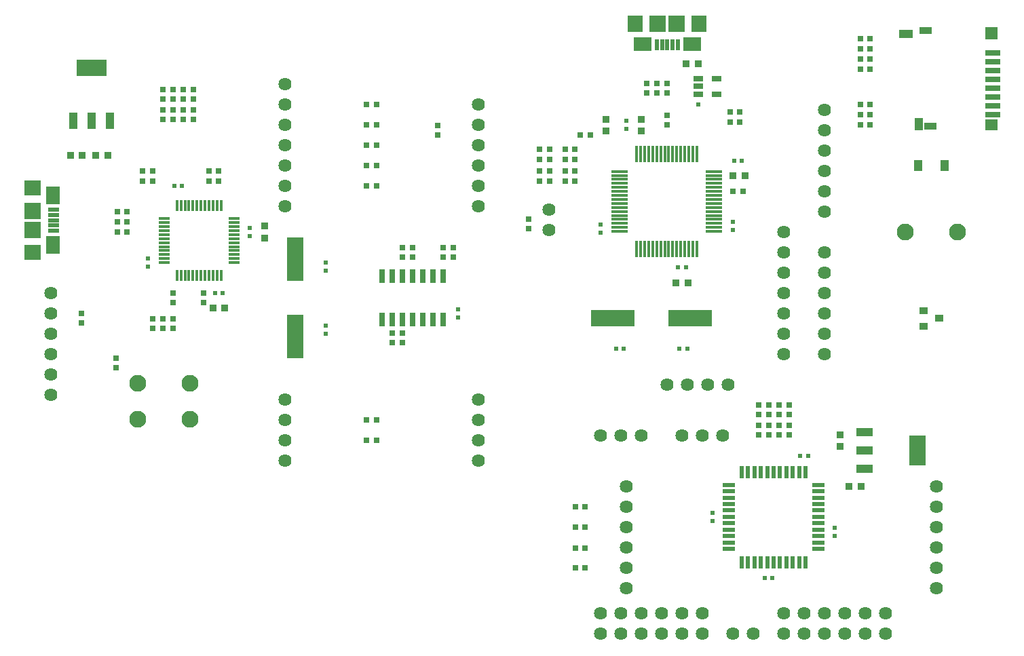
<source format=gbr>
G04 #@! TF.GenerationSoftware,KiCad,Pcbnew,(5.0.0-rc2-dev-319-g0ded476)*
G04 #@! TF.CreationDate,2018-08-03T18:05:57-07:00*
G04 #@! TF.ProjectId,paranoids-hackme-1,706172616E6F6964732D6861636B6D65,B-eco1*
G04 #@! TF.SameCoordinates,Original*
G04 #@! TF.FileFunction,Soldermask,Top*
G04 #@! TF.FilePolarity,Negative*
%FSLAX46Y46*%
G04 Gerber Fmt 4.6, Leading zero omitted, Abs format (unit mm)*
G04 Created by KiCad (PCBNEW (5.0.0-rc2-dev-319-g0ded476)) date Friday, August 03, 2018 at 06:05:57 PM*
%MOMM*%
%LPD*%
G01*
G04 APERTURE LIST*
%ADD10C,0.601600*%
%ADD11R,1.301600X0.701600*%
%ADD12R,0.711600X0.736600*%
%ADD13C,1.625600*%
%ADD14R,1.601600X0.601600*%
%ADD15R,0.601600X1.601600*%
%ADD16R,0.601600X0.601600*%
%ADD17R,0.901600X0.901600*%
%ADD18R,1.001600X0.901600*%
%ADD19R,1.021600X1.321600*%
%ADD20C,2.101600*%
%ADD21R,1.401600X0.351600*%
%ADD22R,0.351600X1.401600*%
%ADD23R,0.736600X0.711600*%
%ADD24R,0.701600X1.651600*%
%ADD25R,2.101600X3.751600*%
%ADD26R,2.101600X1.101600*%
%ADD27R,3.751600X2.101600*%
%ADD28R,1.101600X2.101600*%
%ADD29R,1.501600X0.901600*%
%ADD30R,1.651600X1.101600*%
%ADD31R,1.101600X1.551600*%
%ADD32R,1.601600X0.901600*%
%ADD33R,1.851600X0.801600*%
%ADD34R,1.601600X1.401600*%
%ADD35R,1.601600X1.601600*%
%ADD36R,5.435600X2.032000*%
%ADD37R,2.032000X5.435600*%
%ADD38R,2.001520X0.401320*%
%ADD39R,0.401320X2.001520*%
%ADD40R,1.901600X2.001600*%
%ADD41R,2.001600X2.001600*%
%ADD42R,2.201600X1.701600*%
%ADD43R,0.501600X1.451600*%
%ADD44R,2.001600X1.901600*%
%ADD45R,1.701600X2.201600*%
%ADD46R,1.451600X0.501600*%
G04 APERTURE END LIST*
D10*
X184912000Y-41910000D03*
D11*
X184905000Y-38674000D03*
X184905000Y-39624000D03*
X184905000Y-40574000D03*
X187205000Y-40574000D03*
X187205000Y-38674000D03*
D12*
X154305000Y-59728000D03*
X154305000Y-60922000D03*
X147955000Y-60922000D03*
X147955000Y-59728000D03*
D13*
X166243000Y-57531000D03*
X166243000Y-54991000D03*
X133350000Y-39370000D03*
X133350000Y-41910000D03*
X133350000Y-44450000D03*
X133350000Y-46990000D03*
X133350000Y-49530000D03*
X133350000Y-52070000D03*
X133350000Y-54610000D03*
X200660000Y-60325000D03*
X200660000Y-62865000D03*
X200660000Y-65405000D03*
X200660000Y-67945000D03*
X200660000Y-70485000D03*
X200660000Y-73025000D03*
D14*
X199910000Y-89345000D03*
X199910000Y-90145000D03*
X199910000Y-90945000D03*
X199910000Y-91745000D03*
X199910000Y-92545000D03*
X199910000Y-94145000D03*
X199910000Y-93345000D03*
X199910000Y-94945000D03*
X199910000Y-95745000D03*
X199910000Y-96545000D03*
X199910000Y-97345000D03*
X188710000Y-97345000D03*
X188710000Y-96545000D03*
X188710000Y-95745000D03*
X188710000Y-94945000D03*
X188710000Y-94145000D03*
X188710000Y-93345000D03*
X188710000Y-92545000D03*
X188710000Y-91745000D03*
X188710000Y-90945000D03*
X188710000Y-90145000D03*
D15*
X190310000Y-87745000D03*
X192710000Y-87745000D03*
X191910000Y-87745000D03*
X191110000Y-87745000D03*
X194310000Y-87745000D03*
X195110000Y-87745000D03*
X197510000Y-87745000D03*
X198310000Y-87745000D03*
X195910000Y-87745000D03*
X196710000Y-87745000D03*
X193510000Y-87745000D03*
D14*
X188710000Y-89345000D03*
D15*
X198310000Y-99045000D03*
X197510000Y-99045000D03*
X196710000Y-99045000D03*
X195910000Y-99045000D03*
X195110000Y-99045000D03*
X194310000Y-99045000D03*
X193510000Y-99045000D03*
X192710000Y-99045000D03*
X191910000Y-99045000D03*
X191110000Y-99045000D03*
X190310000Y-99045000D03*
D13*
X189230000Y-107950000D03*
X191770000Y-107950000D03*
X195580000Y-57785000D03*
X195580000Y-60325000D03*
X195580000Y-62865000D03*
X195580000Y-65405000D03*
X195580000Y-67945000D03*
X195580000Y-70485000D03*
X195580000Y-73025000D03*
X177800000Y-83185000D03*
X175260000Y-83185000D03*
X172720000Y-83185000D03*
X187960000Y-83185000D03*
X185420000Y-83185000D03*
X182880000Y-83185000D03*
X188595000Y-76835000D03*
X186055000Y-76835000D03*
X183515000Y-76835000D03*
X180975000Y-76835000D03*
X133350000Y-86360000D03*
X133350000Y-83820000D03*
X133350000Y-81280000D03*
X133350000Y-78740000D03*
X157480000Y-86360000D03*
X157480000Y-83820000D03*
X157480000Y-81280000D03*
X157480000Y-78740000D03*
X200660000Y-42545000D03*
X200660000Y-45085000D03*
X200660000Y-47625000D03*
X200660000Y-50165000D03*
X200660000Y-52705000D03*
X200660000Y-55245000D03*
X104140000Y-65405000D03*
X104140000Y-67945000D03*
X104140000Y-70485000D03*
X104140000Y-73025000D03*
X104140000Y-75565000D03*
X104140000Y-78105000D03*
X175895000Y-102235000D03*
X175895000Y-99695000D03*
X175895000Y-97155000D03*
X175895000Y-94615000D03*
X175895000Y-92075000D03*
X175895000Y-89535000D03*
X157480000Y-41910000D03*
X157480000Y-44450000D03*
X157480000Y-46990000D03*
X157480000Y-49530000D03*
X157480000Y-52070000D03*
X157480000Y-54610000D03*
X214630000Y-102235000D03*
X214630000Y-99695000D03*
X214630000Y-97155000D03*
X214630000Y-94615000D03*
X214630000Y-92075000D03*
X214630000Y-89535000D03*
D16*
X154940000Y-67445000D03*
X154940000Y-68445000D03*
D17*
X184900000Y-36830000D03*
X183400000Y-36830000D03*
X203720000Y-89535000D03*
X205220000Y-89535000D03*
D18*
X212995000Y-67630000D03*
X212995000Y-69530000D03*
X214995000Y-68580000D03*
D19*
X215635000Y-49530000D03*
X212355000Y-49530000D03*
D20*
X217245000Y-57785000D03*
X210745000Y-57785000D03*
X114990000Y-81150000D03*
X114990000Y-76650000D03*
X121490000Y-81150000D03*
X121490000Y-76650000D03*
D21*
X126960000Y-61620000D03*
X126960000Y-61120000D03*
X126960000Y-60620000D03*
X126960000Y-60120000D03*
X126960000Y-59620000D03*
X126960000Y-59120000D03*
X126960000Y-58620000D03*
X126960000Y-58120000D03*
X126960000Y-57620000D03*
X126960000Y-57120000D03*
X126960000Y-56620000D03*
X126960000Y-56120000D03*
D22*
X125360000Y-54520000D03*
X124860000Y-54520000D03*
X124360000Y-54520000D03*
X123860000Y-54520000D03*
X123360000Y-54520000D03*
X122860000Y-54520000D03*
X122360000Y-54520000D03*
X121860000Y-54520000D03*
X121360000Y-54520000D03*
X120860000Y-54520000D03*
X120360000Y-54520000D03*
X119860000Y-54520000D03*
D21*
X118260000Y-56120000D03*
X118260000Y-56620000D03*
X118260000Y-57120000D03*
X118260000Y-57620000D03*
X118260000Y-58120000D03*
X118260000Y-58620000D03*
X118260000Y-59120000D03*
X118260000Y-59620000D03*
X118260000Y-60120000D03*
X118260000Y-60620000D03*
X118260000Y-61120000D03*
X118260000Y-61620000D03*
D22*
X119860000Y-63220000D03*
X120360000Y-63220000D03*
X120860000Y-63220000D03*
X121360000Y-63220000D03*
X121860000Y-63220000D03*
X122360000Y-63220000D03*
X122860000Y-63220000D03*
X123360000Y-63220000D03*
X123860000Y-63220000D03*
X124360000Y-63220000D03*
X124860000Y-63220000D03*
X125360000Y-63220000D03*
D13*
X172720000Y-105410000D03*
X175260000Y-105410000D03*
X175260000Y-107950000D03*
X172720000Y-107950000D03*
X180340000Y-107950000D03*
X182880000Y-107950000D03*
X185420000Y-107950000D03*
X185420000Y-105410000D03*
X182880000Y-105410000D03*
X180340000Y-105410000D03*
X177800000Y-107950000D03*
X177800000Y-105410000D03*
X195580000Y-105410000D03*
X198120000Y-105410000D03*
X198120000Y-107950000D03*
X195580000Y-107950000D03*
X203200000Y-107950000D03*
X205740000Y-107950000D03*
X208280000Y-107950000D03*
X208280000Y-105410000D03*
X205740000Y-105410000D03*
X203200000Y-105410000D03*
X200660000Y-107950000D03*
X200660000Y-105410000D03*
D16*
X138430000Y-62595000D03*
X138430000Y-61595000D03*
X138430000Y-70485000D03*
X138430000Y-69485000D03*
X124595000Y-65405000D03*
X125595000Y-65405000D03*
X120515000Y-52070000D03*
X119515000Y-52070000D03*
X128905000Y-58285000D03*
X128905000Y-57285000D03*
X198620000Y-85725000D03*
X197620000Y-85725000D03*
X201930000Y-95750000D03*
X201930000Y-94750000D03*
X194175000Y-100965000D03*
X193175000Y-100965000D03*
X183515000Y-72390000D03*
X182515000Y-72390000D03*
X174625000Y-72390000D03*
X175625000Y-72390000D03*
X182380000Y-62230000D03*
X183380000Y-62230000D03*
X175895000Y-43950000D03*
X175895000Y-44950000D03*
X189230000Y-57515000D03*
X189230000Y-56515000D03*
X190365000Y-48895000D03*
X189365000Y-48895000D03*
X172720000Y-56904000D03*
X172720000Y-57904000D03*
X186690000Y-92845000D03*
X186690000Y-93845000D03*
X116205000Y-61095000D03*
X116205000Y-62095000D03*
D12*
X192405000Y-80607000D03*
X192405000Y-79413000D03*
X193675000Y-80607000D03*
X193675000Y-79413000D03*
X194945000Y-80607000D03*
X194945000Y-79413000D03*
X196215000Y-80607000D03*
X196215000Y-79413000D03*
X118110000Y-41237000D03*
X118110000Y-40043000D03*
X121920000Y-41237000D03*
X121920000Y-40043000D03*
X120650000Y-41237000D03*
X120650000Y-40043000D03*
X119380000Y-41237000D03*
X119380000Y-40043000D03*
D23*
X166332000Y-47440000D03*
X165138000Y-47440000D03*
X166332000Y-48710000D03*
X165138000Y-48710000D03*
X166332000Y-50165000D03*
X165138000Y-50165000D03*
X166332000Y-51435000D03*
X165138000Y-51435000D03*
D12*
X194945000Y-83147000D03*
X194945000Y-81953000D03*
X193675000Y-83147000D03*
X193675000Y-81953000D03*
X192405000Y-83147000D03*
X192405000Y-81953000D03*
X163703000Y-56172000D03*
X163703000Y-57366000D03*
X152400000Y-44488000D03*
X152400000Y-45682000D03*
D23*
X143548000Y-52070000D03*
X144742000Y-52070000D03*
X188887000Y-44069000D03*
X190081000Y-44069000D03*
X206337000Y-44450000D03*
X205143000Y-44450000D03*
X206337000Y-34925000D03*
X205143000Y-34925000D03*
X206337000Y-33655000D03*
X205143000Y-33655000D03*
X206337000Y-43180000D03*
X205143000Y-43180000D03*
X206299000Y-41910000D03*
X205105000Y-41910000D03*
X206337000Y-37465000D03*
X205143000Y-37465000D03*
X206337000Y-36195000D03*
X205143000Y-36195000D03*
X143548000Y-49530000D03*
X144742000Y-49530000D03*
D12*
X179760000Y-39223000D03*
X179760000Y-40417000D03*
X180975000Y-39223000D03*
X180975000Y-40417000D03*
D23*
X170777000Y-92075000D03*
X169583000Y-92075000D03*
X170777000Y-94615000D03*
X169583000Y-94615000D03*
X170777000Y-97210000D03*
X169583000Y-97210000D03*
X170777000Y-99695000D03*
X169583000Y-99695000D03*
D12*
X180975000Y-43218000D03*
X180975000Y-44412000D03*
D23*
X190462000Y-52705000D03*
X189268000Y-52705000D03*
X171412000Y-45720000D03*
X170218000Y-45720000D03*
X143548000Y-46990000D03*
X144742000Y-46990000D03*
X143548000Y-44450000D03*
X144742000Y-44450000D03*
X143548000Y-41910000D03*
X144742000Y-41910000D03*
X169524000Y-47440000D03*
X168330000Y-47440000D03*
D12*
X119380000Y-65443000D03*
X119380000Y-66637000D03*
X107950000Y-67983000D03*
X107950000Y-69177000D03*
X116840000Y-68618000D03*
X116840000Y-69812000D03*
X123190000Y-66637000D03*
X123190000Y-65443000D03*
X118110000Y-68618000D03*
X118110000Y-69812000D03*
X119380000Y-68618000D03*
X119380000Y-69812000D03*
D23*
X116802000Y-50165000D03*
X115608000Y-50165000D03*
X115608000Y-51435000D03*
X116802000Y-51435000D03*
X123863000Y-50165000D03*
X125057000Y-50165000D03*
X125057000Y-51435000D03*
X123863000Y-51435000D03*
D12*
X112268000Y-74765000D03*
X112268000Y-73571000D03*
X196215000Y-83147000D03*
X196215000Y-81953000D03*
X118110000Y-43777000D03*
X118110000Y-42583000D03*
X121920000Y-43777000D03*
X121920000Y-42583000D03*
X120650000Y-43777000D03*
X120650000Y-42583000D03*
X119380000Y-43777000D03*
X119380000Y-42583000D03*
D23*
X112433000Y-55245000D03*
X113627000Y-55245000D03*
X112433000Y-56515000D03*
X113627000Y-56515000D03*
X113627000Y-57785000D03*
X112433000Y-57785000D03*
X144742000Y-81280000D03*
X143548000Y-81280000D03*
X144742000Y-83820000D03*
X143548000Y-83820000D03*
D12*
X153035000Y-60922000D03*
X153035000Y-59728000D03*
X149225000Y-60922000D03*
X149225000Y-59728000D03*
X147955000Y-70396000D03*
X147955000Y-71590000D03*
X146685000Y-71590000D03*
X146685000Y-70396000D03*
D23*
X169524000Y-48710000D03*
X168330000Y-48710000D03*
X169507000Y-50165000D03*
X168313000Y-50165000D03*
X169507000Y-51435000D03*
X168313000Y-51435000D03*
X190081000Y-42799000D03*
X188887000Y-42799000D03*
D12*
X178490000Y-39223000D03*
X178490000Y-40417000D03*
D17*
X124345000Y-67310000D03*
X125845000Y-67310000D03*
X106565000Y-48260000D03*
X108065000Y-48260000D03*
X109740000Y-48260000D03*
X111240000Y-48260000D03*
X130810000Y-58535000D03*
X130810000Y-57035000D03*
X202565000Y-83070000D03*
X202565000Y-84570000D03*
X190730000Y-50800000D03*
X189230000Y-50800000D03*
X177800000Y-43700000D03*
X177800000Y-45200000D03*
X182130000Y-64135000D03*
X183630000Y-64135000D03*
X173355000Y-43700000D03*
X173355000Y-45200000D03*
D24*
X153035000Y-68740000D03*
X151765000Y-68740000D03*
X150495000Y-68740000D03*
X149225000Y-68740000D03*
X147955000Y-68740000D03*
X146685000Y-68740000D03*
X145415000Y-68740000D03*
X145415000Y-63340000D03*
X146685000Y-63340000D03*
X147955000Y-63340000D03*
X149225000Y-63340000D03*
X150495000Y-63340000D03*
X151765000Y-63340000D03*
X153035000Y-63340000D03*
D25*
X212215000Y-85090000D03*
D26*
X205615000Y-85090000D03*
X205615000Y-82810000D03*
X205615000Y-87370000D03*
D27*
X109220000Y-37340000D03*
D28*
X109220000Y-43940000D03*
X106940000Y-43940000D03*
X111500000Y-43940000D03*
D29*
X213240000Y-32680000D03*
D30*
X210815000Y-33080000D03*
D31*
X212390000Y-44305000D03*
D32*
X213890000Y-44630000D03*
D33*
X221615000Y-43180000D03*
X221615000Y-42080000D03*
X221615000Y-40980000D03*
X221615000Y-39880000D03*
X221615000Y-38780000D03*
X221615000Y-37680000D03*
X221615000Y-36580000D03*
X221615000Y-35480000D03*
D34*
X221490000Y-44380000D03*
D35*
X221490000Y-33030000D03*
D36*
X183896000Y-68580000D03*
X174244000Y-68580000D03*
D37*
X134620000Y-61214000D03*
X134620000Y-70866000D03*
D38*
X175077120Y-57724040D03*
X175077120Y-57223660D03*
X175077120Y-56723280D03*
X175077120Y-56222900D03*
X175077120Y-55722520D03*
X175077120Y-55224680D03*
X175077120Y-54724300D03*
X175077120Y-54223920D03*
X175077120Y-53726080D03*
X175077120Y-53225700D03*
X175077120Y-52725320D03*
X175077120Y-52227480D03*
X175077120Y-51727100D03*
X175077120Y-51226720D03*
X175077120Y-50726340D03*
X175077120Y-50225960D03*
D39*
X177225960Y-48077120D03*
X177726340Y-48077120D03*
X178226720Y-48077120D03*
X178727100Y-48077120D03*
X179227480Y-48077120D03*
X179725320Y-48077120D03*
X180225700Y-48077120D03*
X180726080Y-48077120D03*
X181223920Y-48077120D03*
X181724300Y-48077120D03*
X182224680Y-48077120D03*
X182722520Y-48077120D03*
X183222900Y-48077120D03*
X183723280Y-48077120D03*
X184223660Y-48077120D03*
X184724040Y-48077120D03*
D38*
X186872880Y-50225960D03*
X186872880Y-50726340D03*
X186872880Y-51226720D03*
X186872880Y-51727100D03*
X186872880Y-52227480D03*
X186872880Y-52725320D03*
X186872880Y-53225700D03*
X186872880Y-53726080D03*
X186872880Y-54223920D03*
X186872880Y-54724300D03*
X186872880Y-55224680D03*
X186872880Y-55722520D03*
X186872880Y-56222900D03*
X186872880Y-56723280D03*
X186872880Y-57223660D03*
X186872880Y-57724040D03*
D39*
X184724040Y-59872880D03*
X184223660Y-59872880D03*
X183723280Y-59872880D03*
X183222900Y-59872880D03*
X182722520Y-59872880D03*
X182224680Y-59872880D03*
X181724300Y-59872880D03*
X181223920Y-59872880D03*
X180726080Y-59872880D03*
X180225700Y-59872880D03*
X179725320Y-59872880D03*
X179227480Y-59872880D03*
X178727100Y-59872880D03*
X178226720Y-59872880D03*
X177726340Y-59872880D03*
X177225960Y-59872880D03*
D40*
X177030000Y-31795000D03*
D41*
X179830000Y-31795000D03*
X182230000Y-31795000D03*
D40*
X185030000Y-31795000D03*
D42*
X177930000Y-34345000D03*
X184130000Y-34345000D03*
D43*
X179730000Y-34470000D03*
X180380000Y-34470000D03*
X181030000Y-34470000D03*
X181680000Y-34470000D03*
X182330000Y-34470000D03*
D44*
X101830000Y-60330000D03*
D41*
X101830000Y-57530000D03*
X101830000Y-55130000D03*
D44*
X101830000Y-52330000D03*
D45*
X104380000Y-59430000D03*
X104380000Y-53230000D03*
D46*
X104505000Y-57630000D03*
X104505000Y-56980000D03*
X104505000Y-56330000D03*
X104505000Y-55680000D03*
X104505000Y-55030000D03*
M02*

</source>
